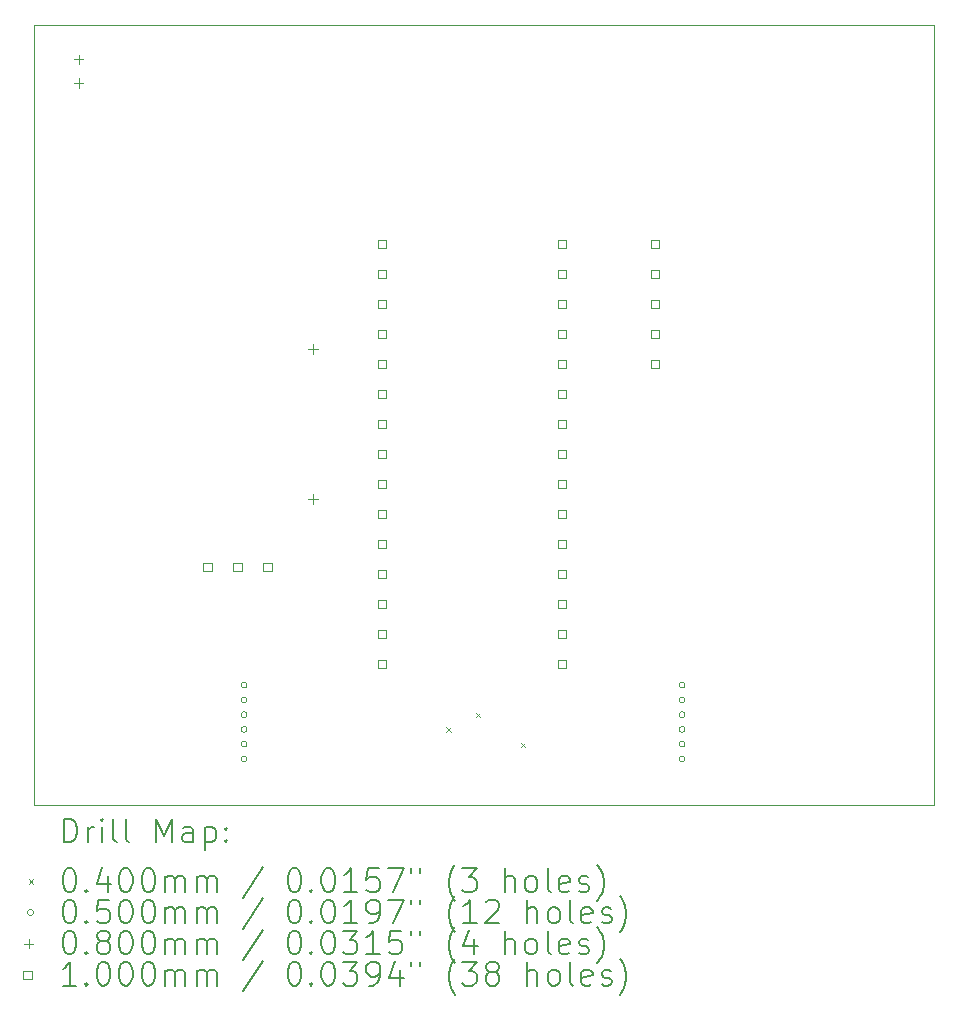
<source format=gbr>
%FSLAX45Y45*%
G04 Gerber Fmt 4.5, Leading zero omitted, Abs format (unit mm)*
G04 Created by KiCad (PCBNEW (6.0.2)) date 2023-01-26 14:22:20*
%MOMM*%
%LPD*%
G01*
G04 APERTURE LIST*
%TA.AperFunction,Profile*%
%ADD10C,0.100000*%
%TD*%
%ADD11C,0.200000*%
%ADD12C,0.040000*%
%ADD13C,0.050000*%
%ADD14C,0.080000*%
%ADD15C,0.100000*%
G04 APERTURE END LIST*
D10*
X12192000Y-4826000D02*
X19812000Y-4826000D01*
X19812000Y-4826000D02*
X19812000Y-11430000D01*
X19812000Y-11430000D02*
X12192000Y-11430000D01*
X12192000Y-11430000D02*
X12192000Y-4826000D01*
D11*
D12*
X15683200Y-10769000D02*
X15723200Y-10809000D01*
X15723200Y-10769000D02*
X15683200Y-10809000D01*
X15931200Y-10648000D02*
X15971200Y-10688000D01*
X15971200Y-10648000D02*
X15931200Y-10688000D01*
X16312200Y-10902000D02*
X16352200Y-10942000D01*
X16352200Y-10902000D02*
X16312200Y-10942000D01*
D13*
X13995000Y-10414000D02*
G75*
G03*
X13995000Y-10414000I-25000J0D01*
G01*
X13995000Y-10539000D02*
G75*
G03*
X13995000Y-10539000I-25000J0D01*
G01*
X13995000Y-10664000D02*
G75*
G03*
X13995000Y-10664000I-25000J0D01*
G01*
X13995000Y-10789000D02*
G75*
G03*
X13995000Y-10789000I-25000J0D01*
G01*
X13995000Y-10914000D02*
G75*
G03*
X13995000Y-10914000I-25000J0D01*
G01*
X13995000Y-11039000D02*
G75*
G03*
X13995000Y-11039000I-25000J0D01*
G01*
X17703400Y-10414000D02*
G75*
G03*
X17703400Y-10414000I-25000J0D01*
G01*
X17703400Y-10539000D02*
G75*
G03*
X17703400Y-10539000I-25000J0D01*
G01*
X17703400Y-10664000D02*
G75*
G03*
X17703400Y-10664000I-25000J0D01*
G01*
X17703400Y-10789000D02*
G75*
G03*
X17703400Y-10789000I-25000J0D01*
G01*
X17703400Y-10914000D02*
G75*
G03*
X17703400Y-10914000I-25000J0D01*
G01*
X17703400Y-11039000D02*
G75*
G03*
X17703400Y-11039000I-25000J0D01*
G01*
D14*
X12569800Y-5076200D02*
X12569800Y-5156200D01*
X12529800Y-5116200D02*
X12609800Y-5116200D01*
X12569800Y-5276200D02*
X12569800Y-5356200D01*
X12529800Y-5316200D02*
X12609800Y-5316200D01*
X14554200Y-7529200D02*
X14554200Y-7609200D01*
X14514200Y-7569200D02*
X14594200Y-7569200D01*
X14554200Y-8799200D02*
X14554200Y-8879200D01*
X14514200Y-8839200D02*
X14594200Y-8839200D01*
D15*
X13697156Y-9451556D02*
X13697156Y-9380844D01*
X13626444Y-9380844D01*
X13626444Y-9451556D01*
X13697156Y-9451556D01*
X13951156Y-9451556D02*
X13951156Y-9380844D01*
X13880444Y-9380844D01*
X13880444Y-9451556D01*
X13951156Y-9451556D01*
X14205156Y-9451556D02*
X14205156Y-9380844D01*
X14134444Y-9380844D01*
X14134444Y-9451556D01*
X14205156Y-9451556D01*
X15172756Y-6715556D02*
X15172756Y-6644844D01*
X15102044Y-6644844D01*
X15102044Y-6715556D01*
X15172756Y-6715556D01*
X15172756Y-6969556D02*
X15172756Y-6898844D01*
X15102044Y-6898844D01*
X15102044Y-6969556D01*
X15172756Y-6969556D01*
X15172756Y-7223556D02*
X15172756Y-7152844D01*
X15102044Y-7152844D01*
X15102044Y-7223556D01*
X15172756Y-7223556D01*
X15172756Y-7477556D02*
X15172756Y-7406844D01*
X15102044Y-7406844D01*
X15102044Y-7477556D01*
X15172756Y-7477556D01*
X15172756Y-7731556D02*
X15172756Y-7660844D01*
X15102044Y-7660844D01*
X15102044Y-7731556D01*
X15172756Y-7731556D01*
X15172756Y-7985556D02*
X15172756Y-7914844D01*
X15102044Y-7914844D01*
X15102044Y-7985556D01*
X15172756Y-7985556D01*
X15172756Y-8239556D02*
X15172756Y-8168844D01*
X15102044Y-8168844D01*
X15102044Y-8239556D01*
X15172756Y-8239556D01*
X15172756Y-8493556D02*
X15172756Y-8422844D01*
X15102044Y-8422844D01*
X15102044Y-8493556D01*
X15172756Y-8493556D01*
X15172756Y-8747556D02*
X15172756Y-8676844D01*
X15102044Y-8676844D01*
X15102044Y-8747556D01*
X15172756Y-8747556D01*
X15172756Y-9001556D02*
X15172756Y-8930844D01*
X15102044Y-8930844D01*
X15102044Y-9001556D01*
X15172756Y-9001556D01*
X15172756Y-9255556D02*
X15172756Y-9184844D01*
X15102044Y-9184844D01*
X15102044Y-9255556D01*
X15172756Y-9255556D01*
X15172756Y-9509556D02*
X15172756Y-9438844D01*
X15102044Y-9438844D01*
X15102044Y-9509556D01*
X15172756Y-9509556D01*
X15172756Y-9763556D02*
X15172756Y-9692844D01*
X15102044Y-9692844D01*
X15102044Y-9763556D01*
X15172756Y-9763556D01*
X15172756Y-10017556D02*
X15172756Y-9946844D01*
X15102044Y-9946844D01*
X15102044Y-10017556D01*
X15172756Y-10017556D01*
X15172756Y-10271556D02*
X15172756Y-10200844D01*
X15102044Y-10200844D01*
X15102044Y-10271556D01*
X15172756Y-10271556D01*
X16696756Y-6715556D02*
X16696756Y-6644844D01*
X16626044Y-6644844D01*
X16626044Y-6715556D01*
X16696756Y-6715556D01*
X16696756Y-6969556D02*
X16696756Y-6898844D01*
X16626044Y-6898844D01*
X16626044Y-6969556D01*
X16696756Y-6969556D01*
X16696756Y-7223556D02*
X16696756Y-7152844D01*
X16626044Y-7152844D01*
X16626044Y-7223556D01*
X16696756Y-7223556D01*
X16696756Y-7477556D02*
X16696756Y-7406844D01*
X16626044Y-7406844D01*
X16626044Y-7477556D01*
X16696756Y-7477556D01*
X16696756Y-7731556D02*
X16696756Y-7660844D01*
X16626044Y-7660844D01*
X16626044Y-7731556D01*
X16696756Y-7731556D01*
X16696756Y-7985556D02*
X16696756Y-7914844D01*
X16626044Y-7914844D01*
X16626044Y-7985556D01*
X16696756Y-7985556D01*
X16696756Y-8239556D02*
X16696756Y-8168844D01*
X16626044Y-8168844D01*
X16626044Y-8239556D01*
X16696756Y-8239556D01*
X16696756Y-8493556D02*
X16696756Y-8422844D01*
X16626044Y-8422844D01*
X16626044Y-8493556D01*
X16696756Y-8493556D01*
X16696756Y-8747556D02*
X16696756Y-8676844D01*
X16626044Y-8676844D01*
X16626044Y-8747556D01*
X16696756Y-8747556D01*
X16696756Y-9001556D02*
X16696756Y-8930844D01*
X16626044Y-8930844D01*
X16626044Y-9001556D01*
X16696756Y-9001556D01*
X16696756Y-9255556D02*
X16696756Y-9184844D01*
X16626044Y-9184844D01*
X16626044Y-9255556D01*
X16696756Y-9255556D01*
X16696756Y-9509556D02*
X16696756Y-9438844D01*
X16626044Y-9438844D01*
X16626044Y-9509556D01*
X16696756Y-9509556D01*
X16696756Y-9763556D02*
X16696756Y-9692844D01*
X16626044Y-9692844D01*
X16626044Y-9763556D01*
X16696756Y-9763556D01*
X16696756Y-10017556D02*
X16696756Y-9946844D01*
X16626044Y-9946844D01*
X16626044Y-10017556D01*
X16696756Y-10017556D01*
X16696756Y-10271556D02*
X16696756Y-10200844D01*
X16626044Y-10200844D01*
X16626044Y-10271556D01*
X16696756Y-10271556D01*
X17485156Y-6715556D02*
X17485156Y-6644844D01*
X17414444Y-6644844D01*
X17414444Y-6715556D01*
X17485156Y-6715556D01*
X17485156Y-6969556D02*
X17485156Y-6898844D01*
X17414444Y-6898844D01*
X17414444Y-6969556D01*
X17485156Y-6969556D01*
X17485156Y-7223556D02*
X17485156Y-7152844D01*
X17414444Y-7152844D01*
X17414444Y-7223556D01*
X17485156Y-7223556D01*
X17485156Y-7477556D02*
X17485156Y-7406844D01*
X17414444Y-7406844D01*
X17414444Y-7477556D01*
X17485156Y-7477556D01*
X17485156Y-7731556D02*
X17485156Y-7660844D01*
X17414444Y-7660844D01*
X17414444Y-7731556D01*
X17485156Y-7731556D01*
D11*
X12444619Y-11745476D02*
X12444619Y-11545476D01*
X12492238Y-11545476D01*
X12520809Y-11555000D01*
X12539857Y-11574048D01*
X12549381Y-11593095D01*
X12558905Y-11631190D01*
X12558905Y-11659762D01*
X12549381Y-11697857D01*
X12539857Y-11716905D01*
X12520809Y-11735952D01*
X12492238Y-11745476D01*
X12444619Y-11745476D01*
X12644619Y-11745476D02*
X12644619Y-11612143D01*
X12644619Y-11650238D02*
X12654143Y-11631190D01*
X12663667Y-11621667D01*
X12682714Y-11612143D01*
X12701762Y-11612143D01*
X12768428Y-11745476D02*
X12768428Y-11612143D01*
X12768428Y-11545476D02*
X12758905Y-11555000D01*
X12768428Y-11564524D01*
X12777952Y-11555000D01*
X12768428Y-11545476D01*
X12768428Y-11564524D01*
X12892238Y-11745476D02*
X12873190Y-11735952D01*
X12863667Y-11716905D01*
X12863667Y-11545476D01*
X12997000Y-11745476D02*
X12977952Y-11735952D01*
X12968428Y-11716905D01*
X12968428Y-11545476D01*
X13225571Y-11745476D02*
X13225571Y-11545476D01*
X13292238Y-11688333D01*
X13358905Y-11545476D01*
X13358905Y-11745476D01*
X13539857Y-11745476D02*
X13539857Y-11640714D01*
X13530333Y-11621667D01*
X13511286Y-11612143D01*
X13473190Y-11612143D01*
X13454143Y-11621667D01*
X13539857Y-11735952D02*
X13520809Y-11745476D01*
X13473190Y-11745476D01*
X13454143Y-11735952D01*
X13444619Y-11716905D01*
X13444619Y-11697857D01*
X13454143Y-11678809D01*
X13473190Y-11669286D01*
X13520809Y-11669286D01*
X13539857Y-11659762D01*
X13635095Y-11612143D02*
X13635095Y-11812143D01*
X13635095Y-11621667D02*
X13654143Y-11612143D01*
X13692238Y-11612143D01*
X13711286Y-11621667D01*
X13720809Y-11631190D01*
X13730333Y-11650238D01*
X13730333Y-11707381D01*
X13720809Y-11726428D01*
X13711286Y-11735952D01*
X13692238Y-11745476D01*
X13654143Y-11745476D01*
X13635095Y-11735952D01*
X13816048Y-11726428D02*
X13825571Y-11735952D01*
X13816048Y-11745476D01*
X13806524Y-11735952D01*
X13816048Y-11726428D01*
X13816048Y-11745476D01*
X13816048Y-11621667D02*
X13825571Y-11631190D01*
X13816048Y-11640714D01*
X13806524Y-11631190D01*
X13816048Y-11621667D01*
X13816048Y-11640714D01*
D12*
X12147000Y-12055000D02*
X12187000Y-12095000D01*
X12187000Y-12055000D02*
X12147000Y-12095000D01*
D11*
X12482714Y-11965476D02*
X12501762Y-11965476D01*
X12520809Y-11975000D01*
X12530333Y-11984524D01*
X12539857Y-12003571D01*
X12549381Y-12041667D01*
X12549381Y-12089286D01*
X12539857Y-12127381D01*
X12530333Y-12146428D01*
X12520809Y-12155952D01*
X12501762Y-12165476D01*
X12482714Y-12165476D01*
X12463667Y-12155952D01*
X12454143Y-12146428D01*
X12444619Y-12127381D01*
X12435095Y-12089286D01*
X12435095Y-12041667D01*
X12444619Y-12003571D01*
X12454143Y-11984524D01*
X12463667Y-11975000D01*
X12482714Y-11965476D01*
X12635095Y-12146428D02*
X12644619Y-12155952D01*
X12635095Y-12165476D01*
X12625571Y-12155952D01*
X12635095Y-12146428D01*
X12635095Y-12165476D01*
X12816048Y-12032143D02*
X12816048Y-12165476D01*
X12768428Y-11955952D02*
X12720809Y-12098809D01*
X12844619Y-12098809D01*
X12958905Y-11965476D02*
X12977952Y-11965476D01*
X12997000Y-11975000D01*
X13006524Y-11984524D01*
X13016048Y-12003571D01*
X13025571Y-12041667D01*
X13025571Y-12089286D01*
X13016048Y-12127381D01*
X13006524Y-12146428D01*
X12997000Y-12155952D01*
X12977952Y-12165476D01*
X12958905Y-12165476D01*
X12939857Y-12155952D01*
X12930333Y-12146428D01*
X12920809Y-12127381D01*
X12911286Y-12089286D01*
X12911286Y-12041667D01*
X12920809Y-12003571D01*
X12930333Y-11984524D01*
X12939857Y-11975000D01*
X12958905Y-11965476D01*
X13149381Y-11965476D02*
X13168428Y-11965476D01*
X13187476Y-11975000D01*
X13197000Y-11984524D01*
X13206524Y-12003571D01*
X13216048Y-12041667D01*
X13216048Y-12089286D01*
X13206524Y-12127381D01*
X13197000Y-12146428D01*
X13187476Y-12155952D01*
X13168428Y-12165476D01*
X13149381Y-12165476D01*
X13130333Y-12155952D01*
X13120809Y-12146428D01*
X13111286Y-12127381D01*
X13101762Y-12089286D01*
X13101762Y-12041667D01*
X13111286Y-12003571D01*
X13120809Y-11984524D01*
X13130333Y-11975000D01*
X13149381Y-11965476D01*
X13301762Y-12165476D02*
X13301762Y-12032143D01*
X13301762Y-12051190D02*
X13311286Y-12041667D01*
X13330333Y-12032143D01*
X13358905Y-12032143D01*
X13377952Y-12041667D01*
X13387476Y-12060714D01*
X13387476Y-12165476D01*
X13387476Y-12060714D02*
X13397000Y-12041667D01*
X13416048Y-12032143D01*
X13444619Y-12032143D01*
X13463667Y-12041667D01*
X13473190Y-12060714D01*
X13473190Y-12165476D01*
X13568428Y-12165476D02*
X13568428Y-12032143D01*
X13568428Y-12051190D02*
X13577952Y-12041667D01*
X13597000Y-12032143D01*
X13625571Y-12032143D01*
X13644619Y-12041667D01*
X13654143Y-12060714D01*
X13654143Y-12165476D01*
X13654143Y-12060714D02*
X13663667Y-12041667D01*
X13682714Y-12032143D01*
X13711286Y-12032143D01*
X13730333Y-12041667D01*
X13739857Y-12060714D01*
X13739857Y-12165476D01*
X14130333Y-11955952D02*
X13958905Y-12213095D01*
X14387476Y-11965476D02*
X14406524Y-11965476D01*
X14425571Y-11975000D01*
X14435095Y-11984524D01*
X14444619Y-12003571D01*
X14454143Y-12041667D01*
X14454143Y-12089286D01*
X14444619Y-12127381D01*
X14435095Y-12146428D01*
X14425571Y-12155952D01*
X14406524Y-12165476D01*
X14387476Y-12165476D01*
X14368428Y-12155952D01*
X14358905Y-12146428D01*
X14349381Y-12127381D01*
X14339857Y-12089286D01*
X14339857Y-12041667D01*
X14349381Y-12003571D01*
X14358905Y-11984524D01*
X14368428Y-11975000D01*
X14387476Y-11965476D01*
X14539857Y-12146428D02*
X14549381Y-12155952D01*
X14539857Y-12165476D01*
X14530333Y-12155952D01*
X14539857Y-12146428D01*
X14539857Y-12165476D01*
X14673190Y-11965476D02*
X14692238Y-11965476D01*
X14711286Y-11975000D01*
X14720809Y-11984524D01*
X14730333Y-12003571D01*
X14739857Y-12041667D01*
X14739857Y-12089286D01*
X14730333Y-12127381D01*
X14720809Y-12146428D01*
X14711286Y-12155952D01*
X14692238Y-12165476D01*
X14673190Y-12165476D01*
X14654143Y-12155952D01*
X14644619Y-12146428D01*
X14635095Y-12127381D01*
X14625571Y-12089286D01*
X14625571Y-12041667D01*
X14635095Y-12003571D01*
X14644619Y-11984524D01*
X14654143Y-11975000D01*
X14673190Y-11965476D01*
X14930333Y-12165476D02*
X14816048Y-12165476D01*
X14873190Y-12165476D02*
X14873190Y-11965476D01*
X14854143Y-11994048D01*
X14835095Y-12013095D01*
X14816048Y-12022619D01*
X15111286Y-11965476D02*
X15016048Y-11965476D01*
X15006524Y-12060714D01*
X15016048Y-12051190D01*
X15035095Y-12041667D01*
X15082714Y-12041667D01*
X15101762Y-12051190D01*
X15111286Y-12060714D01*
X15120809Y-12079762D01*
X15120809Y-12127381D01*
X15111286Y-12146428D01*
X15101762Y-12155952D01*
X15082714Y-12165476D01*
X15035095Y-12165476D01*
X15016048Y-12155952D01*
X15006524Y-12146428D01*
X15187476Y-11965476D02*
X15320809Y-11965476D01*
X15235095Y-12165476D01*
X15387476Y-11965476D02*
X15387476Y-12003571D01*
X15463667Y-11965476D02*
X15463667Y-12003571D01*
X15758905Y-12241667D02*
X15749381Y-12232143D01*
X15730333Y-12203571D01*
X15720809Y-12184524D01*
X15711286Y-12155952D01*
X15701762Y-12108333D01*
X15701762Y-12070238D01*
X15711286Y-12022619D01*
X15720809Y-11994048D01*
X15730333Y-11975000D01*
X15749381Y-11946428D01*
X15758905Y-11936905D01*
X15816048Y-11965476D02*
X15939857Y-11965476D01*
X15873190Y-12041667D01*
X15901762Y-12041667D01*
X15920809Y-12051190D01*
X15930333Y-12060714D01*
X15939857Y-12079762D01*
X15939857Y-12127381D01*
X15930333Y-12146428D01*
X15920809Y-12155952D01*
X15901762Y-12165476D01*
X15844619Y-12165476D01*
X15825571Y-12155952D01*
X15816048Y-12146428D01*
X16177952Y-12165476D02*
X16177952Y-11965476D01*
X16263667Y-12165476D02*
X16263667Y-12060714D01*
X16254143Y-12041667D01*
X16235095Y-12032143D01*
X16206524Y-12032143D01*
X16187476Y-12041667D01*
X16177952Y-12051190D01*
X16387476Y-12165476D02*
X16368428Y-12155952D01*
X16358905Y-12146428D01*
X16349381Y-12127381D01*
X16349381Y-12070238D01*
X16358905Y-12051190D01*
X16368428Y-12041667D01*
X16387476Y-12032143D01*
X16416048Y-12032143D01*
X16435095Y-12041667D01*
X16444619Y-12051190D01*
X16454143Y-12070238D01*
X16454143Y-12127381D01*
X16444619Y-12146428D01*
X16435095Y-12155952D01*
X16416048Y-12165476D01*
X16387476Y-12165476D01*
X16568428Y-12165476D02*
X16549381Y-12155952D01*
X16539857Y-12136905D01*
X16539857Y-11965476D01*
X16720809Y-12155952D02*
X16701762Y-12165476D01*
X16663667Y-12165476D01*
X16644619Y-12155952D01*
X16635095Y-12136905D01*
X16635095Y-12060714D01*
X16644619Y-12041667D01*
X16663667Y-12032143D01*
X16701762Y-12032143D01*
X16720809Y-12041667D01*
X16730333Y-12060714D01*
X16730333Y-12079762D01*
X16635095Y-12098809D01*
X16806524Y-12155952D02*
X16825571Y-12165476D01*
X16863667Y-12165476D01*
X16882714Y-12155952D01*
X16892238Y-12136905D01*
X16892238Y-12127381D01*
X16882714Y-12108333D01*
X16863667Y-12098809D01*
X16835095Y-12098809D01*
X16816048Y-12089286D01*
X16806524Y-12070238D01*
X16806524Y-12060714D01*
X16816048Y-12041667D01*
X16835095Y-12032143D01*
X16863667Y-12032143D01*
X16882714Y-12041667D01*
X16958905Y-12241667D02*
X16968429Y-12232143D01*
X16987476Y-12203571D01*
X16997000Y-12184524D01*
X17006524Y-12155952D01*
X17016048Y-12108333D01*
X17016048Y-12070238D01*
X17006524Y-12022619D01*
X16997000Y-11994048D01*
X16987476Y-11975000D01*
X16968429Y-11946428D01*
X16958905Y-11936905D01*
D13*
X12187000Y-12339000D02*
G75*
G03*
X12187000Y-12339000I-25000J0D01*
G01*
D11*
X12482714Y-12229476D02*
X12501762Y-12229476D01*
X12520809Y-12239000D01*
X12530333Y-12248524D01*
X12539857Y-12267571D01*
X12549381Y-12305667D01*
X12549381Y-12353286D01*
X12539857Y-12391381D01*
X12530333Y-12410428D01*
X12520809Y-12419952D01*
X12501762Y-12429476D01*
X12482714Y-12429476D01*
X12463667Y-12419952D01*
X12454143Y-12410428D01*
X12444619Y-12391381D01*
X12435095Y-12353286D01*
X12435095Y-12305667D01*
X12444619Y-12267571D01*
X12454143Y-12248524D01*
X12463667Y-12239000D01*
X12482714Y-12229476D01*
X12635095Y-12410428D02*
X12644619Y-12419952D01*
X12635095Y-12429476D01*
X12625571Y-12419952D01*
X12635095Y-12410428D01*
X12635095Y-12429476D01*
X12825571Y-12229476D02*
X12730333Y-12229476D01*
X12720809Y-12324714D01*
X12730333Y-12315190D01*
X12749381Y-12305667D01*
X12797000Y-12305667D01*
X12816048Y-12315190D01*
X12825571Y-12324714D01*
X12835095Y-12343762D01*
X12835095Y-12391381D01*
X12825571Y-12410428D01*
X12816048Y-12419952D01*
X12797000Y-12429476D01*
X12749381Y-12429476D01*
X12730333Y-12419952D01*
X12720809Y-12410428D01*
X12958905Y-12229476D02*
X12977952Y-12229476D01*
X12997000Y-12239000D01*
X13006524Y-12248524D01*
X13016048Y-12267571D01*
X13025571Y-12305667D01*
X13025571Y-12353286D01*
X13016048Y-12391381D01*
X13006524Y-12410428D01*
X12997000Y-12419952D01*
X12977952Y-12429476D01*
X12958905Y-12429476D01*
X12939857Y-12419952D01*
X12930333Y-12410428D01*
X12920809Y-12391381D01*
X12911286Y-12353286D01*
X12911286Y-12305667D01*
X12920809Y-12267571D01*
X12930333Y-12248524D01*
X12939857Y-12239000D01*
X12958905Y-12229476D01*
X13149381Y-12229476D02*
X13168428Y-12229476D01*
X13187476Y-12239000D01*
X13197000Y-12248524D01*
X13206524Y-12267571D01*
X13216048Y-12305667D01*
X13216048Y-12353286D01*
X13206524Y-12391381D01*
X13197000Y-12410428D01*
X13187476Y-12419952D01*
X13168428Y-12429476D01*
X13149381Y-12429476D01*
X13130333Y-12419952D01*
X13120809Y-12410428D01*
X13111286Y-12391381D01*
X13101762Y-12353286D01*
X13101762Y-12305667D01*
X13111286Y-12267571D01*
X13120809Y-12248524D01*
X13130333Y-12239000D01*
X13149381Y-12229476D01*
X13301762Y-12429476D02*
X13301762Y-12296143D01*
X13301762Y-12315190D02*
X13311286Y-12305667D01*
X13330333Y-12296143D01*
X13358905Y-12296143D01*
X13377952Y-12305667D01*
X13387476Y-12324714D01*
X13387476Y-12429476D01*
X13387476Y-12324714D02*
X13397000Y-12305667D01*
X13416048Y-12296143D01*
X13444619Y-12296143D01*
X13463667Y-12305667D01*
X13473190Y-12324714D01*
X13473190Y-12429476D01*
X13568428Y-12429476D02*
X13568428Y-12296143D01*
X13568428Y-12315190D02*
X13577952Y-12305667D01*
X13597000Y-12296143D01*
X13625571Y-12296143D01*
X13644619Y-12305667D01*
X13654143Y-12324714D01*
X13654143Y-12429476D01*
X13654143Y-12324714D02*
X13663667Y-12305667D01*
X13682714Y-12296143D01*
X13711286Y-12296143D01*
X13730333Y-12305667D01*
X13739857Y-12324714D01*
X13739857Y-12429476D01*
X14130333Y-12219952D02*
X13958905Y-12477095D01*
X14387476Y-12229476D02*
X14406524Y-12229476D01*
X14425571Y-12239000D01*
X14435095Y-12248524D01*
X14444619Y-12267571D01*
X14454143Y-12305667D01*
X14454143Y-12353286D01*
X14444619Y-12391381D01*
X14435095Y-12410428D01*
X14425571Y-12419952D01*
X14406524Y-12429476D01*
X14387476Y-12429476D01*
X14368428Y-12419952D01*
X14358905Y-12410428D01*
X14349381Y-12391381D01*
X14339857Y-12353286D01*
X14339857Y-12305667D01*
X14349381Y-12267571D01*
X14358905Y-12248524D01*
X14368428Y-12239000D01*
X14387476Y-12229476D01*
X14539857Y-12410428D02*
X14549381Y-12419952D01*
X14539857Y-12429476D01*
X14530333Y-12419952D01*
X14539857Y-12410428D01*
X14539857Y-12429476D01*
X14673190Y-12229476D02*
X14692238Y-12229476D01*
X14711286Y-12239000D01*
X14720809Y-12248524D01*
X14730333Y-12267571D01*
X14739857Y-12305667D01*
X14739857Y-12353286D01*
X14730333Y-12391381D01*
X14720809Y-12410428D01*
X14711286Y-12419952D01*
X14692238Y-12429476D01*
X14673190Y-12429476D01*
X14654143Y-12419952D01*
X14644619Y-12410428D01*
X14635095Y-12391381D01*
X14625571Y-12353286D01*
X14625571Y-12305667D01*
X14635095Y-12267571D01*
X14644619Y-12248524D01*
X14654143Y-12239000D01*
X14673190Y-12229476D01*
X14930333Y-12429476D02*
X14816048Y-12429476D01*
X14873190Y-12429476D02*
X14873190Y-12229476D01*
X14854143Y-12258048D01*
X14835095Y-12277095D01*
X14816048Y-12286619D01*
X15025571Y-12429476D02*
X15063667Y-12429476D01*
X15082714Y-12419952D01*
X15092238Y-12410428D01*
X15111286Y-12381857D01*
X15120809Y-12343762D01*
X15120809Y-12267571D01*
X15111286Y-12248524D01*
X15101762Y-12239000D01*
X15082714Y-12229476D01*
X15044619Y-12229476D01*
X15025571Y-12239000D01*
X15016048Y-12248524D01*
X15006524Y-12267571D01*
X15006524Y-12315190D01*
X15016048Y-12334238D01*
X15025571Y-12343762D01*
X15044619Y-12353286D01*
X15082714Y-12353286D01*
X15101762Y-12343762D01*
X15111286Y-12334238D01*
X15120809Y-12315190D01*
X15187476Y-12229476D02*
X15320809Y-12229476D01*
X15235095Y-12429476D01*
X15387476Y-12229476D02*
X15387476Y-12267571D01*
X15463667Y-12229476D02*
X15463667Y-12267571D01*
X15758905Y-12505667D02*
X15749381Y-12496143D01*
X15730333Y-12467571D01*
X15720809Y-12448524D01*
X15711286Y-12419952D01*
X15701762Y-12372333D01*
X15701762Y-12334238D01*
X15711286Y-12286619D01*
X15720809Y-12258048D01*
X15730333Y-12239000D01*
X15749381Y-12210428D01*
X15758905Y-12200905D01*
X15939857Y-12429476D02*
X15825571Y-12429476D01*
X15882714Y-12429476D02*
X15882714Y-12229476D01*
X15863667Y-12258048D01*
X15844619Y-12277095D01*
X15825571Y-12286619D01*
X16016048Y-12248524D02*
X16025571Y-12239000D01*
X16044619Y-12229476D01*
X16092238Y-12229476D01*
X16111286Y-12239000D01*
X16120809Y-12248524D01*
X16130333Y-12267571D01*
X16130333Y-12286619D01*
X16120809Y-12315190D01*
X16006524Y-12429476D01*
X16130333Y-12429476D01*
X16368428Y-12429476D02*
X16368428Y-12229476D01*
X16454143Y-12429476D02*
X16454143Y-12324714D01*
X16444619Y-12305667D01*
X16425571Y-12296143D01*
X16397000Y-12296143D01*
X16377952Y-12305667D01*
X16368428Y-12315190D01*
X16577952Y-12429476D02*
X16558905Y-12419952D01*
X16549381Y-12410428D01*
X16539857Y-12391381D01*
X16539857Y-12334238D01*
X16549381Y-12315190D01*
X16558905Y-12305667D01*
X16577952Y-12296143D01*
X16606524Y-12296143D01*
X16625571Y-12305667D01*
X16635095Y-12315190D01*
X16644619Y-12334238D01*
X16644619Y-12391381D01*
X16635095Y-12410428D01*
X16625571Y-12419952D01*
X16606524Y-12429476D01*
X16577952Y-12429476D01*
X16758905Y-12429476D02*
X16739857Y-12419952D01*
X16730333Y-12400905D01*
X16730333Y-12229476D01*
X16911286Y-12419952D02*
X16892238Y-12429476D01*
X16854143Y-12429476D01*
X16835095Y-12419952D01*
X16825571Y-12400905D01*
X16825571Y-12324714D01*
X16835095Y-12305667D01*
X16854143Y-12296143D01*
X16892238Y-12296143D01*
X16911286Y-12305667D01*
X16920810Y-12324714D01*
X16920810Y-12343762D01*
X16825571Y-12362809D01*
X16997000Y-12419952D02*
X17016048Y-12429476D01*
X17054143Y-12429476D01*
X17073190Y-12419952D01*
X17082714Y-12400905D01*
X17082714Y-12391381D01*
X17073190Y-12372333D01*
X17054143Y-12362809D01*
X17025571Y-12362809D01*
X17006524Y-12353286D01*
X16997000Y-12334238D01*
X16997000Y-12324714D01*
X17006524Y-12305667D01*
X17025571Y-12296143D01*
X17054143Y-12296143D01*
X17073190Y-12305667D01*
X17149381Y-12505667D02*
X17158905Y-12496143D01*
X17177952Y-12467571D01*
X17187476Y-12448524D01*
X17197000Y-12419952D01*
X17206524Y-12372333D01*
X17206524Y-12334238D01*
X17197000Y-12286619D01*
X17187476Y-12258048D01*
X17177952Y-12239000D01*
X17158905Y-12210428D01*
X17149381Y-12200905D01*
D14*
X12147000Y-12563000D02*
X12147000Y-12643000D01*
X12107000Y-12603000D02*
X12187000Y-12603000D01*
D11*
X12482714Y-12493476D02*
X12501762Y-12493476D01*
X12520809Y-12503000D01*
X12530333Y-12512524D01*
X12539857Y-12531571D01*
X12549381Y-12569667D01*
X12549381Y-12617286D01*
X12539857Y-12655381D01*
X12530333Y-12674428D01*
X12520809Y-12683952D01*
X12501762Y-12693476D01*
X12482714Y-12693476D01*
X12463667Y-12683952D01*
X12454143Y-12674428D01*
X12444619Y-12655381D01*
X12435095Y-12617286D01*
X12435095Y-12569667D01*
X12444619Y-12531571D01*
X12454143Y-12512524D01*
X12463667Y-12503000D01*
X12482714Y-12493476D01*
X12635095Y-12674428D02*
X12644619Y-12683952D01*
X12635095Y-12693476D01*
X12625571Y-12683952D01*
X12635095Y-12674428D01*
X12635095Y-12693476D01*
X12758905Y-12579190D02*
X12739857Y-12569667D01*
X12730333Y-12560143D01*
X12720809Y-12541095D01*
X12720809Y-12531571D01*
X12730333Y-12512524D01*
X12739857Y-12503000D01*
X12758905Y-12493476D01*
X12797000Y-12493476D01*
X12816048Y-12503000D01*
X12825571Y-12512524D01*
X12835095Y-12531571D01*
X12835095Y-12541095D01*
X12825571Y-12560143D01*
X12816048Y-12569667D01*
X12797000Y-12579190D01*
X12758905Y-12579190D01*
X12739857Y-12588714D01*
X12730333Y-12598238D01*
X12720809Y-12617286D01*
X12720809Y-12655381D01*
X12730333Y-12674428D01*
X12739857Y-12683952D01*
X12758905Y-12693476D01*
X12797000Y-12693476D01*
X12816048Y-12683952D01*
X12825571Y-12674428D01*
X12835095Y-12655381D01*
X12835095Y-12617286D01*
X12825571Y-12598238D01*
X12816048Y-12588714D01*
X12797000Y-12579190D01*
X12958905Y-12493476D02*
X12977952Y-12493476D01*
X12997000Y-12503000D01*
X13006524Y-12512524D01*
X13016048Y-12531571D01*
X13025571Y-12569667D01*
X13025571Y-12617286D01*
X13016048Y-12655381D01*
X13006524Y-12674428D01*
X12997000Y-12683952D01*
X12977952Y-12693476D01*
X12958905Y-12693476D01*
X12939857Y-12683952D01*
X12930333Y-12674428D01*
X12920809Y-12655381D01*
X12911286Y-12617286D01*
X12911286Y-12569667D01*
X12920809Y-12531571D01*
X12930333Y-12512524D01*
X12939857Y-12503000D01*
X12958905Y-12493476D01*
X13149381Y-12493476D02*
X13168428Y-12493476D01*
X13187476Y-12503000D01*
X13197000Y-12512524D01*
X13206524Y-12531571D01*
X13216048Y-12569667D01*
X13216048Y-12617286D01*
X13206524Y-12655381D01*
X13197000Y-12674428D01*
X13187476Y-12683952D01*
X13168428Y-12693476D01*
X13149381Y-12693476D01*
X13130333Y-12683952D01*
X13120809Y-12674428D01*
X13111286Y-12655381D01*
X13101762Y-12617286D01*
X13101762Y-12569667D01*
X13111286Y-12531571D01*
X13120809Y-12512524D01*
X13130333Y-12503000D01*
X13149381Y-12493476D01*
X13301762Y-12693476D02*
X13301762Y-12560143D01*
X13301762Y-12579190D02*
X13311286Y-12569667D01*
X13330333Y-12560143D01*
X13358905Y-12560143D01*
X13377952Y-12569667D01*
X13387476Y-12588714D01*
X13387476Y-12693476D01*
X13387476Y-12588714D02*
X13397000Y-12569667D01*
X13416048Y-12560143D01*
X13444619Y-12560143D01*
X13463667Y-12569667D01*
X13473190Y-12588714D01*
X13473190Y-12693476D01*
X13568428Y-12693476D02*
X13568428Y-12560143D01*
X13568428Y-12579190D02*
X13577952Y-12569667D01*
X13597000Y-12560143D01*
X13625571Y-12560143D01*
X13644619Y-12569667D01*
X13654143Y-12588714D01*
X13654143Y-12693476D01*
X13654143Y-12588714D02*
X13663667Y-12569667D01*
X13682714Y-12560143D01*
X13711286Y-12560143D01*
X13730333Y-12569667D01*
X13739857Y-12588714D01*
X13739857Y-12693476D01*
X14130333Y-12483952D02*
X13958905Y-12741095D01*
X14387476Y-12493476D02*
X14406524Y-12493476D01*
X14425571Y-12503000D01*
X14435095Y-12512524D01*
X14444619Y-12531571D01*
X14454143Y-12569667D01*
X14454143Y-12617286D01*
X14444619Y-12655381D01*
X14435095Y-12674428D01*
X14425571Y-12683952D01*
X14406524Y-12693476D01*
X14387476Y-12693476D01*
X14368428Y-12683952D01*
X14358905Y-12674428D01*
X14349381Y-12655381D01*
X14339857Y-12617286D01*
X14339857Y-12569667D01*
X14349381Y-12531571D01*
X14358905Y-12512524D01*
X14368428Y-12503000D01*
X14387476Y-12493476D01*
X14539857Y-12674428D02*
X14549381Y-12683952D01*
X14539857Y-12693476D01*
X14530333Y-12683952D01*
X14539857Y-12674428D01*
X14539857Y-12693476D01*
X14673190Y-12493476D02*
X14692238Y-12493476D01*
X14711286Y-12503000D01*
X14720809Y-12512524D01*
X14730333Y-12531571D01*
X14739857Y-12569667D01*
X14739857Y-12617286D01*
X14730333Y-12655381D01*
X14720809Y-12674428D01*
X14711286Y-12683952D01*
X14692238Y-12693476D01*
X14673190Y-12693476D01*
X14654143Y-12683952D01*
X14644619Y-12674428D01*
X14635095Y-12655381D01*
X14625571Y-12617286D01*
X14625571Y-12569667D01*
X14635095Y-12531571D01*
X14644619Y-12512524D01*
X14654143Y-12503000D01*
X14673190Y-12493476D01*
X14806524Y-12493476D02*
X14930333Y-12493476D01*
X14863667Y-12569667D01*
X14892238Y-12569667D01*
X14911286Y-12579190D01*
X14920809Y-12588714D01*
X14930333Y-12607762D01*
X14930333Y-12655381D01*
X14920809Y-12674428D01*
X14911286Y-12683952D01*
X14892238Y-12693476D01*
X14835095Y-12693476D01*
X14816048Y-12683952D01*
X14806524Y-12674428D01*
X15120809Y-12693476D02*
X15006524Y-12693476D01*
X15063667Y-12693476D02*
X15063667Y-12493476D01*
X15044619Y-12522048D01*
X15025571Y-12541095D01*
X15006524Y-12550619D01*
X15301762Y-12493476D02*
X15206524Y-12493476D01*
X15197000Y-12588714D01*
X15206524Y-12579190D01*
X15225571Y-12569667D01*
X15273190Y-12569667D01*
X15292238Y-12579190D01*
X15301762Y-12588714D01*
X15311286Y-12607762D01*
X15311286Y-12655381D01*
X15301762Y-12674428D01*
X15292238Y-12683952D01*
X15273190Y-12693476D01*
X15225571Y-12693476D01*
X15206524Y-12683952D01*
X15197000Y-12674428D01*
X15387476Y-12493476D02*
X15387476Y-12531571D01*
X15463667Y-12493476D02*
X15463667Y-12531571D01*
X15758905Y-12769667D02*
X15749381Y-12760143D01*
X15730333Y-12731571D01*
X15720809Y-12712524D01*
X15711286Y-12683952D01*
X15701762Y-12636333D01*
X15701762Y-12598238D01*
X15711286Y-12550619D01*
X15720809Y-12522048D01*
X15730333Y-12503000D01*
X15749381Y-12474428D01*
X15758905Y-12464905D01*
X15920809Y-12560143D02*
X15920809Y-12693476D01*
X15873190Y-12483952D02*
X15825571Y-12626809D01*
X15949381Y-12626809D01*
X16177952Y-12693476D02*
X16177952Y-12493476D01*
X16263667Y-12693476D02*
X16263667Y-12588714D01*
X16254143Y-12569667D01*
X16235095Y-12560143D01*
X16206524Y-12560143D01*
X16187476Y-12569667D01*
X16177952Y-12579190D01*
X16387476Y-12693476D02*
X16368428Y-12683952D01*
X16358905Y-12674428D01*
X16349381Y-12655381D01*
X16349381Y-12598238D01*
X16358905Y-12579190D01*
X16368428Y-12569667D01*
X16387476Y-12560143D01*
X16416048Y-12560143D01*
X16435095Y-12569667D01*
X16444619Y-12579190D01*
X16454143Y-12598238D01*
X16454143Y-12655381D01*
X16444619Y-12674428D01*
X16435095Y-12683952D01*
X16416048Y-12693476D01*
X16387476Y-12693476D01*
X16568428Y-12693476D02*
X16549381Y-12683952D01*
X16539857Y-12664905D01*
X16539857Y-12493476D01*
X16720809Y-12683952D02*
X16701762Y-12693476D01*
X16663667Y-12693476D01*
X16644619Y-12683952D01*
X16635095Y-12664905D01*
X16635095Y-12588714D01*
X16644619Y-12569667D01*
X16663667Y-12560143D01*
X16701762Y-12560143D01*
X16720809Y-12569667D01*
X16730333Y-12588714D01*
X16730333Y-12607762D01*
X16635095Y-12626809D01*
X16806524Y-12683952D02*
X16825571Y-12693476D01*
X16863667Y-12693476D01*
X16882714Y-12683952D01*
X16892238Y-12664905D01*
X16892238Y-12655381D01*
X16882714Y-12636333D01*
X16863667Y-12626809D01*
X16835095Y-12626809D01*
X16816048Y-12617286D01*
X16806524Y-12598238D01*
X16806524Y-12588714D01*
X16816048Y-12569667D01*
X16835095Y-12560143D01*
X16863667Y-12560143D01*
X16882714Y-12569667D01*
X16958905Y-12769667D02*
X16968429Y-12760143D01*
X16987476Y-12731571D01*
X16997000Y-12712524D01*
X17006524Y-12683952D01*
X17016048Y-12636333D01*
X17016048Y-12598238D01*
X17006524Y-12550619D01*
X16997000Y-12522048D01*
X16987476Y-12503000D01*
X16968429Y-12474428D01*
X16958905Y-12464905D01*
D15*
X12172356Y-12902356D02*
X12172356Y-12831644D01*
X12101644Y-12831644D01*
X12101644Y-12902356D01*
X12172356Y-12902356D01*
D11*
X12549381Y-12957476D02*
X12435095Y-12957476D01*
X12492238Y-12957476D02*
X12492238Y-12757476D01*
X12473190Y-12786048D01*
X12454143Y-12805095D01*
X12435095Y-12814619D01*
X12635095Y-12938428D02*
X12644619Y-12947952D01*
X12635095Y-12957476D01*
X12625571Y-12947952D01*
X12635095Y-12938428D01*
X12635095Y-12957476D01*
X12768428Y-12757476D02*
X12787476Y-12757476D01*
X12806524Y-12767000D01*
X12816048Y-12776524D01*
X12825571Y-12795571D01*
X12835095Y-12833667D01*
X12835095Y-12881286D01*
X12825571Y-12919381D01*
X12816048Y-12938428D01*
X12806524Y-12947952D01*
X12787476Y-12957476D01*
X12768428Y-12957476D01*
X12749381Y-12947952D01*
X12739857Y-12938428D01*
X12730333Y-12919381D01*
X12720809Y-12881286D01*
X12720809Y-12833667D01*
X12730333Y-12795571D01*
X12739857Y-12776524D01*
X12749381Y-12767000D01*
X12768428Y-12757476D01*
X12958905Y-12757476D02*
X12977952Y-12757476D01*
X12997000Y-12767000D01*
X13006524Y-12776524D01*
X13016048Y-12795571D01*
X13025571Y-12833667D01*
X13025571Y-12881286D01*
X13016048Y-12919381D01*
X13006524Y-12938428D01*
X12997000Y-12947952D01*
X12977952Y-12957476D01*
X12958905Y-12957476D01*
X12939857Y-12947952D01*
X12930333Y-12938428D01*
X12920809Y-12919381D01*
X12911286Y-12881286D01*
X12911286Y-12833667D01*
X12920809Y-12795571D01*
X12930333Y-12776524D01*
X12939857Y-12767000D01*
X12958905Y-12757476D01*
X13149381Y-12757476D02*
X13168428Y-12757476D01*
X13187476Y-12767000D01*
X13197000Y-12776524D01*
X13206524Y-12795571D01*
X13216048Y-12833667D01*
X13216048Y-12881286D01*
X13206524Y-12919381D01*
X13197000Y-12938428D01*
X13187476Y-12947952D01*
X13168428Y-12957476D01*
X13149381Y-12957476D01*
X13130333Y-12947952D01*
X13120809Y-12938428D01*
X13111286Y-12919381D01*
X13101762Y-12881286D01*
X13101762Y-12833667D01*
X13111286Y-12795571D01*
X13120809Y-12776524D01*
X13130333Y-12767000D01*
X13149381Y-12757476D01*
X13301762Y-12957476D02*
X13301762Y-12824143D01*
X13301762Y-12843190D02*
X13311286Y-12833667D01*
X13330333Y-12824143D01*
X13358905Y-12824143D01*
X13377952Y-12833667D01*
X13387476Y-12852714D01*
X13387476Y-12957476D01*
X13387476Y-12852714D02*
X13397000Y-12833667D01*
X13416048Y-12824143D01*
X13444619Y-12824143D01*
X13463667Y-12833667D01*
X13473190Y-12852714D01*
X13473190Y-12957476D01*
X13568428Y-12957476D02*
X13568428Y-12824143D01*
X13568428Y-12843190D02*
X13577952Y-12833667D01*
X13597000Y-12824143D01*
X13625571Y-12824143D01*
X13644619Y-12833667D01*
X13654143Y-12852714D01*
X13654143Y-12957476D01*
X13654143Y-12852714D02*
X13663667Y-12833667D01*
X13682714Y-12824143D01*
X13711286Y-12824143D01*
X13730333Y-12833667D01*
X13739857Y-12852714D01*
X13739857Y-12957476D01*
X14130333Y-12747952D02*
X13958905Y-13005095D01*
X14387476Y-12757476D02*
X14406524Y-12757476D01*
X14425571Y-12767000D01*
X14435095Y-12776524D01*
X14444619Y-12795571D01*
X14454143Y-12833667D01*
X14454143Y-12881286D01*
X14444619Y-12919381D01*
X14435095Y-12938428D01*
X14425571Y-12947952D01*
X14406524Y-12957476D01*
X14387476Y-12957476D01*
X14368428Y-12947952D01*
X14358905Y-12938428D01*
X14349381Y-12919381D01*
X14339857Y-12881286D01*
X14339857Y-12833667D01*
X14349381Y-12795571D01*
X14358905Y-12776524D01*
X14368428Y-12767000D01*
X14387476Y-12757476D01*
X14539857Y-12938428D02*
X14549381Y-12947952D01*
X14539857Y-12957476D01*
X14530333Y-12947952D01*
X14539857Y-12938428D01*
X14539857Y-12957476D01*
X14673190Y-12757476D02*
X14692238Y-12757476D01*
X14711286Y-12767000D01*
X14720809Y-12776524D01*
X14730333Y-12795571D01*
X14739857Y-12833667D01*
X14739857Y-12881286D01*
X14730333Y-12919381D01*
X14720809Y-12938428D01*
X14711286Y-12947952D01*
X14692238Y-12957476D01*
X14673190Y-12957476D01*
X14654143Y-12947952D01*
X14644619Y-12938428D01*
X14635095Y-12919381D01*
X14625571Y-12881286D01*
X14625571Y-12833667D01*
X14635095Y-12795571D01*
X14644619Y-12776524D01*
X14654143Y-12767000D01*
X14673190Y-12757476D01*
X14806524Y-12757476D02*
X14930333Y-12757476D01*
X14863667Y-12833667D01*
X14892238Y-12833667D01*
X14911286Y-12843190D01*
X14920809Y-12852714D01*
X14930333Y-12871762D01*
X14930333Y-12919381D01*
X14920809Y-12938428D01*
X14911286Y-12947952D01*
X14892238Y-12957476D01*
X14835095Y-12957476D01*
X14816048Y-12947952D01*
X14806524Y-12938428D01*
X15025571Y-12957476D02*
X15063667Y-12957476D01*
X15082714Y-12947952D01*
X15092238Y-12938428D01*
X15111286Y-12909857D01*
X15120809Y-12871762D01*
X15120809Y-12795571D01*
X15111286Y-12776524D01*
X15101762Y-12767000D01*
X15082714Y-12757476D01*
X15044619Y-12757476D01*
X15025571Y-12767000D01*
X15016048Y-12776524D01*
X15006524Y-12795571D01*
X15006524Y-12843190D01*
X15016048Y-12862238D01*
X15025571Y-12871762D01*
X15044619Y-12881286D01*
X15082714Y-12881286D01*
X15101762Y-12871762D01*
X15111286Y-12862238D01*
X15120809Y-12843190D01*
X15292238Y-12824143D02*
X15292238Y-12957476D01*
X15244619Y-12747952D02*
X15197000Y-12890809D01*
X15320809Y-12890809D01*
X15387476Y-12757476D02*
X15387476Y-12795571D01*
X15463667Y-12757476D02*
X15463667Y-12795571D01*
X15758905Y-13033667D02*
X15749381Y-13024143D01*
X15730333Y-12995571D01*
X15720809Y-12976524D01*
X15711286Y-12947952D01*
X15701762Y-12900333D01*
X15701762Y-12862238D01*
X15711286Y-12814619D01*
X15720809Y-12786048D01*
X15730333Y-12767000D01*
X15749381Y-12738428D01*
X15758905Y-12728905D01*
X15816048Y-12757476D02*
X15939857Y-12757476D01*
X15873190Y-12833667D01*
X15901762Y-12833667D01*
X15920809Y-12843190D01*
X15930333Y-12852714D01*
X15939857Y-12871762D01*
X15939857Y-12919381D01*
X15930333Y-12938428D01*
X15920809Y-12947952D01*
X15901762Y-12957476D01*
X15844619Y-12957476D01*
X15825571Y-12947952D01*
X15816048Y-12938428D01*
X16054143Y-12843190D02*
X16035095Y-12833667D01*
X16025571Y-12824143D01*
X16016048Y-12805095D01*
X16016048Y-12795571D01*
X16025571Y-12776524D01*
X16035095Y-12767000D01*
X16054143Y-12757476D01*
X16092238Y-12757476D01*
X16111286Y-12767000D01*
X16120809Y-12776524D01*
X16130333Y-12795571D01*
X16130333Y-12805095D01*
X16120809Y-12824143D01*
X16111286Y-12833667D01*
X16092238Y-12843190D01*
X16054143Y-12843190D01*
X16035095Y-12852714D01*
X16025571Y-12862238D01*
X16016048Y-12881286D01*
X16016048Y-12919381D01*
X16025571Y-12938428D01*
X16035095Y-12947952D01*
X16054143Y-12957476D01*
X16092238Y-12957476D01*
X16111286Y-12947952D01*
X16120809Y-12938428D01*
X16130333Y-12919381D01*
X16130333Y-12881286D01*
X16120809Y-12862238D01*
X16111286Y-12852714D01*
X16092238Y-12843190D01*
X16368428Y-12957476D02*
X16368428Y-12757476D01*
X16454143Y-12957476D02*
X16454143Y-12852714D01*
X16444619Y-12833667D01*
X16425571Y-12824143D01*
X16397000Y-12824143D01*
X16377952Y-12833667D01*
X16368428Y-12843190D01*
X16577952Y-12957476D02*
X16558905Y-12947952D01*
X16549381Y-12938428D01*
X16539857Y-12919381D01*
X16539857Y-12862238D01*
X16549381Y-12843190D01*
X16558905Y-12833667D01*
X16577952Y-12824143D01*
X16606524Y-12824143D01*
X16625571Y-12833667D01*
X16635095Y-12843190D01*
X16644619Y-12862238D01*
X16644619Y-12919381D01*
X16635095Y-12938428D01*
X16625571Y-12947952D01*
X16606524Y-12957476D01*
X16577952Y-12957476D01*
X16758905Y-12957476D02*
X16739857Y-12947952D01*
X16730333Y-12928905D01*
X16730333Y-12757476D01*
X16911286Y-12947952D02*
X16892238Y-12957476D01*
X16854143Y-12957476D01*
X16835095Y-12947952D01*
X16825571Y-12928905D01*
X16825571Y-12852714D01*
X16835095Y-12833667D01*
X16854143Y-12824143D01*
X16892238Y-12824143D01*
X16911286Y-12833667D01*
X16920810Y-12852714D01*
X16920810Y-12871762D01*
X16825571Y-12890809D01*
X16997000Y-12947952D02*
X17016048Y-12957476D01*
X17054143Y-12957476D01*
X17073190Y-12947952D01*
X17082714Y-12928905D01*
X17082714Y-12919381D01*
X17073190Y-12900333D01*
X17054143Y-12890809D01*
X17025571Y-12890809D01*
X17006524Y-12881286D01*
X16997000Y-12862238D01*
X16997000Y-12852714D01*
X17006524Y-12833667D01*
X17025571Y-12824143D01*
X17054143Y-12824143D01*
X17073190Y-12833667D01*
X17149381Y-13033667D02*
X17158905Y-13024143D01*
X17177952Y-12995571D01*
X17187476Y-12976524D01*
X17197000Y-12947952D01*
X17206524Y-12900333D01*
X17206524Y-12862238D01*
X17197000Y-12814619D01*
X17187476Y-12786048D01*
X17177952Y-12767000D01*
X17158905Y-12738428D01*
X17149381Y-12728905D01*
M02*

</source>
